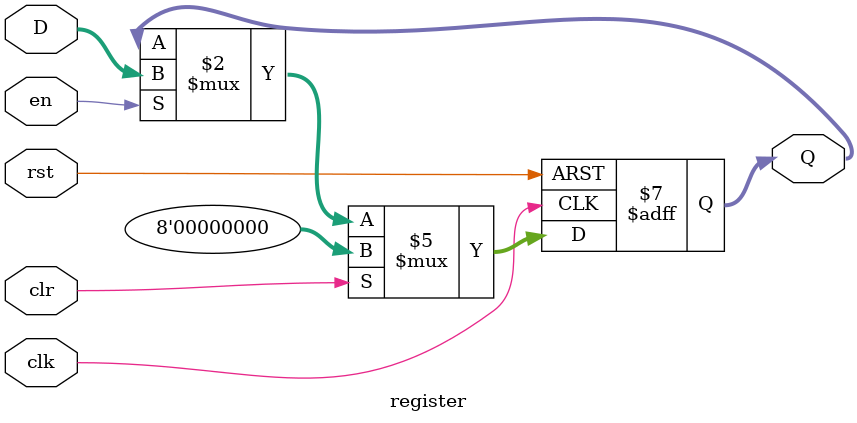
<source format=sv>
/** @brief N-bit Up/Down counter with support for synchronous loads and clears.
 *  Clears take priority over loads. Loads take priority over counting.
 */
//module counter 
//    #(parameter WIDTH=8) (
//    input  logic [WIDTH-1:0] D,
//    input  logic             ld, up, en, clr, clk, rst,
//    output logic [WIDTH-1:0] Q);

//    always_ff @(posedge clk, posedge rst) begin
//        if (rst)
//            Q <= 'h0;
//        else if (clr)
//            Q <= 'h0;
//        else if (ld)
//            Q <= D;
//        else if (en)
//            Q <= up ? (Q + 1'd1) : (Q - 1'd1);
//    end
//endmodule: counter

/** @brief N-bit Up counter with synchronous clears.
 *  Clears take priority over counting.
 */
module up_counter 
    #(parameter WIDTH=8) (
    input  logic             en, clr, clk, rst,
    output logic [WIDTH-1:0] Q);

    always_ff @(posedge clk, posedge rst) begin
        if (rst)
            Q <= 'h0;
        else if (clr)
            Q <= 'h0;
        else if (en)
            Q <= (Q + 1'd1);
    end
endmodule: up_counter

/** @brief N-bit Register with synchronous clears.
 *  Clears take priority over loads.
 */
module register 
    #(parameter WIDTH=8) (
    input  logic [WIDTH-1:0] D,
    input  logic             en, clr, clk, rst,
    output logic [WIDTH-1:0] Q);

    always_ff @(posedge clk, posedge rst) begin
        if (rst)
            Q <= 'd0;
        else if (clr)
            Q <= 'd0;
        else if (en)
            Q <= D;
    end
endmodule: register

</source>
